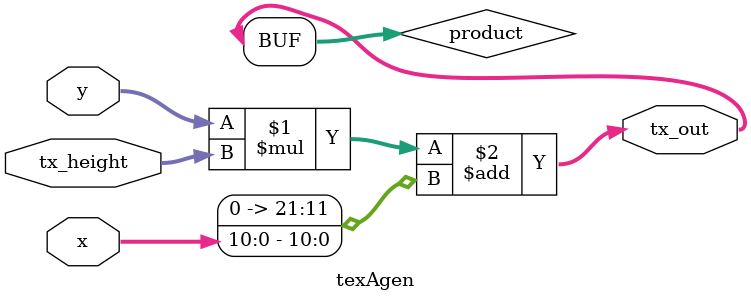
<source format=sv>
module texAgen (
    input   wire logic [10:0] x,
    input   wire logic [10:0] y,

    input   wire logic [10:0] tx_height,

    output  wire logic [21:0] tx_out
);
    wire [21:0] product = y*tx_height+{11'h0, x};
    assign tx_out = product;
endmodule

</source>
